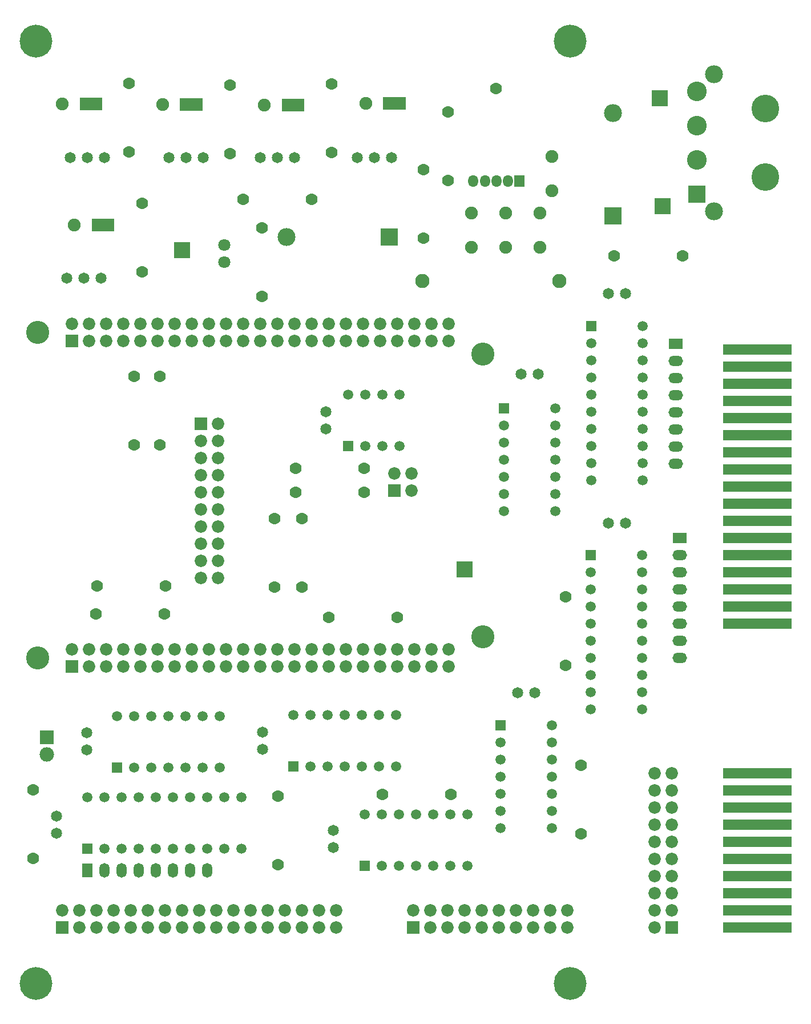
<source format=gts>
%FSLAX34Y34*%
G04 Gerber Fmt 3.4, Leading zero omitted, Abs format*
G04 (created by PCBNEW (2014-02-12 BZR 4693)-product) date Sat 21 Jun 2014 11:45:11 PM EDT*
%MOIN*%
G01*
G70*
G90*
G04 APERTURE LIST*
%ADD10C,0.006000*%
%ADD11R,0.404724X0.064724*%
%ADD12R,0.104724X0.104724*%
%ADD13C,0.114724*%
%ADD14C,0.161724*%
%ADD15C,0.104724*%
%ADD16C,0.070724*%
%ADD17C,0.083424*%
%ADD18R,0.059724X0.059724*%
%ADD19C,0.059724*%
%ADD20R,0.084724X0.084724*%
%ADD21O,0.084724X0.084724*%
%ADD22R,0.072724X0.072724*%
%ADD23O,0.072724X0.072724*%
%ADD24C,0.191724*%
%ADD25R,0.084724X0.059724*%
%ADD26O,0.084724X0.059724*%
%ADD27R,0.059724X0.084724*%
%ADD28O,0.059724X0.084724*%
%ADD29R,0.092724X0.092724*%
%ADD30C,0.069724*%
%ADD31C,0.064724*%
%ADD32C,0.074724*%
%ADD33C,0.134724*%
%ADD34C,0.072724*%
%ADD35O,0.058724X0.069724*%
%ADD36R,0.058724X0.069724*%
%ADD37R,0.074724X0.074724*%
G04 APERTURE END LIST*
G54D10*
G54D11*
X90250Y-25150D03*
X90250Y-26150D03*
X90250Y-27150D03*
X90250Y-28150D03*
X90250Y-29150D03*
X90250Y-30150D03*
X90250Y-31150D03*
X90250Y-32150D03*
X90250Y-33150D03*
X90250Y-34150D03*
X90250Y-35150D03*
X90250Y-36150D03*
X90250Y-37150D03*
X90250Y-38150D03*
X90250Y-39150D03*
X90250Y-40150D03*
X90250Y-41150D03*
X90250Y-49899D03*
X90250Y-50899D03*
X90250Y-51899D03*
X90250Y-52899D03*
X90250Y-53899D03*
X90250Y-54899D03*
X90250Y-55899D03*
X90250Y-56899D03*
X90250Y-57899D03*
X90250Y-58899D03*
G54D12*
X86700Y-16100D03*
G54D13*
X86700Y-14100D03*
X86700Y-12100D03*
X86700Y-10100D03*
G54D14*
X90700Y-11100D03*
X90700Y-15100D03*
G54D15*
X87700Y-9100D03*
X87700Y-17100D03*
G54D16*
X59100Y-20050D03*
X59100Y-19050D03*
G54D17*
X78687Y-21150D03*
X70687Y-21150D03*
G54D15*
X81800Y-11350D03*
G54D12*
X81800Y-17350D03*
G54D15*
X62750Y-18600D03*
G54D12*
X68750Y-18600D03*
G54D18*
X75450Y-28600D03*
G54D19*
X75450Y-29600D03*
X75450Y-30600D03*
X75450Y-31600D03*
X75450Y-32600D03*
X75450Y-33600D03*
X75450Y-34600D03*
X78450Y-34600D03*
X78450Y-33600D03*
X78450Y-32600D03*
X78450Y-31600D03*
X78450Y-30600D03*
X78450Y-29600D03*
X78450Y-28600D03*
G54D18*
X52850Y-49550D03*
G54D19*
X53850Y-49550D03*
X54850Y-49550D03*
X55850Y-49550D03*
X56850Y-49550D03*
X57850Y-49550D03*
X58850Y-49550D03*
X58850Y-46550D03*
X57850Y-46550D03*
X56850Y-46550D03*
X55850Y-46550D03*
X54850Y-46550D03*
X53850Y-46550D03*
X52850Y-46550D03*
G54D18*
X63150Y-49500D03*
G54D19*
X64150Y-49500D03*
X65150Y-49500D03*
X66150Y-49500D03*
X67150Y-49500D03*
X68150Y-49500D03*
X69150Y-49500D03*
X69150Y-46500D03*
X68150Y-46500D03*
X67150Y-46500D03*
X66150Y-46500D03*
X65150Y-46500D03*
X64150Y-46500D03*
X63150Y-46500D03*
G54D20*
X48750Y-47800D03*
G54D21*
X48750Y-48800D03*
G54D22*
X69050Y-33400D03*
G54D23*
X69050Y-32400D03*
X70050Y-33400D03*
X70050Y-32400D03*
G54D18*
X80550Y-23800D03*
G54D19*
X80550Y-24800D03*
X80550Y-25800D03*
X80550Y-26800D03*
X80550Y-27800D03*
X80550Y-28800D03*
X80550Y-29800D03*
X80550Y-30800D03*
X80550Y-31800D03*
X80550Y-32800D03*
X83550Y-32800D03*
X83550Y-31800D03*
X83550Y-30800D03*
X83550Y-29800D03*
X83550Y-28800D03*
X83550Y-27800D03*
X83550Y-26800D03*
X83550Y-25800D03*
X83550Y-24800D03*
X83550Y-23800D03*
G54D18*
X80500Y-37150D03*
G54D19*
X80500Y-38150D03*
X80500Y-39150D03*
X80500Y-40150D03*
X80500Y-41150D03*
X80500Y-42150D03*
X80500Y-43150D03*
X80500Y-44150D03*
X80500Y-45150D03*
X80500Y-46150D03*
X83500Y-46150D03*
X83500Y-45150D03*
X83500Y-44150D03*
X83500Y-43150D03*
X83500Y-42150D03*
X83500Y-41150D03*
X83500Y-40150D03*
X83500Y-39150D03*
X83500Y-38150D03*
X83500Y-37150D03*
G54D18*
X67329Y-55300D03*
G54D19*
X68329Y-55300D03*
X69329Y-55300D03*
X70329Y-55300D03*
X71329Y-55300D03*
X72329Y-55300D03*
X73329Y-55300D03*
X73329Y-52300D03*
X72329Y-52300D03*
X71329Y-52300D03*
X70329Y-52300D03*
X69329Y-52300D03*
X68329Y-52300D03*
X67329Y-52300D03*
G54D18*
X51100Y-54300D03*
G54D19*
X52100Y-54300D03*
X53100Y-54300D03*
X54100Y-54300D03*
X55100Y-54300D03*
X56100Y-54300D03*
X57100Y-54300D03*
X58100Y-54300D03*
X59100Y-54300D03*
X60100Y-54300D03*
X60100Y-51300D03*
X59100Y-51300D03*
X58100Y-51300D03*
X57100Y-51300D03*
X56100Y-51300D03*
X55100Y-51300D03*
X54100Y-51300D03*
X53100Y-51300D03*
X52100Y-51300D03*
X51100Y-51300D03*
G54D18*
X66350Y-30800D03*
G54D19*
X67350Y-30800D03*
X68350Y-30800D03*
X69350Y-30800D03*
X69350Y-27800D03*
X68350Y-27800D03*
X67350Y-27800D03*
X66350Y-27800D03*
G54D18*
X75250Y-47100D03*
G54D19*
X75250Y-48100D03*
X75250Y-49100D03*
X75250Y-50100D03*
X75250Y-51100D03*
X75250Y-52100D03*
X75250Y-53100D03*
X78250Y-53100D03*
X78250Y-52100D03*
X78250Y-51100D03*
X78250Y-50100D03*
X78250Y-49100D03*
X78250Y-48100D03*
X78250Y-47100D03*
G54D22*
X57750Y-29500D03*
G54D23*
X58750Y-29500D03*
X57750Y-30500D03*
X58750Y-30500D03*
X57750Y-31500D03*
X58750Y-31500D03*
X57750Y-32500D03*
X58750Y-32500D03*
X57750Y-33500D03*
X58750Y-33500D03*
X57750Y-34500D03*
X58750Y-34500D03*
X57750Y-35500D03*
X58750Y-35500D03*
X57750Y-36500D03*
X58750Y-36500D03*
X57750Y-37500D03*
X58750Y-37500D03*
X57750Y-38500D03*
X58750Y-38500D03*
G54D22*
X85250Y-58900D03*
G54D23*
X84250Y-58900D03*
X85250Y-57900D03*
X84250Y-57900D03*
X85250Y-56900D03*
X84250Y-56900D03*
X85250Y-55900D03*
X84250Y-55900D03*
X85250Y-54900D03*
X84250Y-54900D03*
X85250Y-53900D03*
X84250Y-53900D03*
X85250Y-52900D03*
X84250Y-52900D03*
X85250Y-51900D03*
X84250Y-51900D03*
X85250Y-50900D03*
X84250Y-50900D03*
X85250Y-49900D03*
X84250Y-49900D03*
G54D22*
X70150Y-58900D03*
G54D23*
X70150Y-57900D03*
X71150Y-58900D03*
X71150Y-57900D03*
X72150Y-58900D03*
X72150Y-57900D03*
X73150Y-58900D03*
X73150Y-57900D03*
X74150Y-58900D03*
X74150Y-57900D03*
X75150Y-58900D03*
X75150Y-57900D03*
X76150Y-58900D03*
X76150Y-57900D03*
X77150Y-58900D03*
X77150Y-57900D03*
X78150Y-58900D03*
X78150Y-57900D03*
X79150Y-58900D03*
X79150Y-57900D03*
G54D24*
X48100Y-62150D03*
X79300Y-62150D03*
X79300Y-7150D03*
X48100Y-7150D03*
G54D22*
X49650Y-58900D03*
G54D23*
X49650Y-57900D03*
X50650Y-58900D03*
X50650Y-57900D03*
X51650Y-58900D03*
X51650Y-57900D03*
X52650Y-58900D03*
X52650Y-57900D03*
X53650Y-58900D03*
X53650Y-57900D03*
X54650Y-58900D03*
X54650Y-57900D03*
X55650Y-58900D03*
X55650Y-57900D03*
X56650Y-58900D03*
X56650Y-57900D03*
X57650Y-58900D03*
X57650Y-57900D03*
X58650Y-58900D03*
X58650Y-57900D03*
X59650Y-58900D03*
X59650Y-57900D03*
X60650Y-58900D03*
X60650Y-57900D03*
X61650Y-58900D03*
X61650Y-57900D03*
X62650Y-58900D03*
X62650Y-57900D03*
X63650Y-58900D03*
X63650Y-57900D03*
X64650Y-58900D03*
X64650Y-57900D03*
X65650Y-58900D03*
X65650Y-57900D03*
G54D25*
X85710Y-36161D03*
G54D26*
X85710Y-37161D03*
X85710Y-38161D03*
X85710Y-39161D03*
X85710Y-40161D03*
X85710Y-41161D03*
X85710Y-42161D03*
X85710Y-43161D03*
G54D25*
X85470Y-24820D03*
G54D26*
X85470Y-25820D03*
X85470Y-26820D03*
X85470Y-27820D03*
X85470Y-28820D03*
X85470Y-29820D03*
X85470Y-30820D03*
X85470Y-31820D03*
G54D27*
X51100Y-55550D03*
G54D28*
X52100Y-55550D03*
X53100Y-55550D03*
X54100Y-55550D03*
X55100Y-55550D03*
X56100Y-55550D03*
X57100Y-55550D03*
X58100Y-55550D03*
G54D29*
X84550Y-10500D03*
X84700Y-16800D03*
X56650Y-19350D03*
X73150Y-38000D03*
G54D30*
X70750Y-18669D03*
X70750Y-14669D03*
X79950Y-49431D03*
X79950Y-53431D03*
X55350Y-26731D03*
X55350Y-30731D03*
X62050Y-35031D03*
X62050Y-39031D03*
X63650Y-35031D03*
X63650Y-39031D03*
X72174Y-15294D03*
X72174Y-11294D03*
X63281Y-32100D03*
X67281Y-32100D03*
X63281Y-33500D03*
X67281Y-33500D03*
X69219Y-40800D03*
X65219Y-40800D03*
X61300Y-18081D03*
X61300Y-22081D03*
X54300Y-16631D03*
X54300Y-20631D03*
X53550Y-9631D03*
X53550Y-13631D03*
X59450Y-9731D03*
X59450Y-13731D03*
X64219Y-16400D03*
X60219Y-16400D03*
X65375Y-13669D03*
X65375Y-9669D03*
X47950Y-54869D03*
X47950Y-50869D03*
X55619Y-40600D03*
X51619Y-40600D03*
X72359Y-51140D03*
X68359Y-51140D03*
X55669Y-38950D03*
X51669Y-38950D03*
X53850Y-26731D03*
X53850Y-30731D03*
X81881Y-19700D03*
X85881Y-19700D03*
G54D31*
X50900Y-21000D03*
X49900Y-21000D03*
X51900Y-21000D03*
X51100Y-13975D03*
X50100Y-13975D03*
X52100Y-13975D03*
X56875Y-13975D03*
X55875Y-13975D03*
X57875Y-13975D03*
X62200Y-13975D03*
X61200Y-13975D03*
X63200Y-13975D03*
X67875Y-13975D03*
X66875Y-13975D03*
X68875Y-13975D03*
X82550Y-35300D03*
X81550Y-35300D03*
X65050Y-28800D03*
X65050Y-29800D03*
X49300Y-52400D03*
X49300Y-53400D03*
X51074Y-47525D03*
X51074Y-48525D03*
X77250Y-45200D03*
X76250Y-45200D03*
X77450Y-26600D03*
X76450Y-26600D03*
X82550Y-21900D03*
X81550Y-21900D03*
X61350Y-47500D03*
X61350Y-48500D03*
X65470Y-53220D03*
X65470Y-54220D03*
G54D32*
X73550Y-19200D03*
X73550Y-17200D03*
X75550Y-19200D03*
X75550Y-17200D03*
X77550Y-19200D03*
X77550Y-17200D03*
X78250Y-13900D03*
X78250Y-15900D03*
G54D33*
X74200Y-41925D03*
X48200Y-43175D03*
X48200Y-24175D03*
X74200Y-25425D03*
G54D22*
X50200Y-43675D03*
G54D34*
X50200Y-42675D03*
X51200Y-43675D03*
X51200Y-42675D03*
X52200Y-43675D03*
X52200Y-42675D03*
X53200Y-43675D03*
X53200Y-42675D03*
X54200Y-43675D03*
X54200Y-42675D03*
X55200Y-43675D03*
X55200Y-42675D03*
X56200Y-43675D03*
X56200Y-42675D03*
X57200Y-43675D03*
X57200Y-42675D03*
X58200Y-43675D03*
X58200Y-42675D03*
X59200Y-43675D03*
X59200Y-42675D03*
X60200Y-43675D03*
X60200Y-42675D03*
X61200Y-43675D03*
X61200Y-42675D03*
X62200Y-43675D03*
X62200Y-42675D03*
X63200Y-43675D03*
X63200Y-42675D03*
X64200Y-43675D03*
X64200Y-42675D03*
X65200Y-43675D03*
X65200Y-42675D03*
X66200Y-43675D03*
X66200Y-42675D03*
X67200Y-43675D03*
X67200Y-42675D03*
X68200Y-43675D03*
X68200Y-42675D03*
X69200Y-43675D03*
X69200Y-42675D03*
X70200Y-43675D03*
X70200Y-42675D03*
X71200Y-43675D03*
X71200Y-42675D03*
X72200Y-43675D03*
X72200Y-42675D03*
G54D22*
X50200Y-24675D03*
G54D34*
X50200Y-23675D03*
X51200Y-24675D03*
X51200Y-23675D03*
X52200Y-24675D03*
X52200Y-23675D03*
X53200Y-24675D03*
X53200Y-23675D03*
X54200Y-24675D03*
X54200Y-23675D03*
X55200Y-24675D03*
X55200Y-23675D03*
X56200Y-24675D03*
X56200Y-23675D03*
X57200Y-24675D03*
X57200Y-23675D03*
X58200Y-24675D03*
X58200Y-23675D03*
X59200Y-24675D03*
X59200Y-23675D03*
X60200Y-24675D03*
X60200Y-23675D03*
X61200Y-24675D03*
X61200Y-23675D03*
X62200Y-24675D03*
X62200Y-23675D03*
X63200Y-24675D03*
X63200Y-23675D03*
X64200Y-24675D03*
X64200Y-23675D03*
X65200Y-24675D03*
X65200Y-23675D03*
X66200Y-24675D03*
X66200Y-23675D03*
X67200Y-24675D03*
X67200Y-23675D03*
X68200Y-24675D03*
X68200Y-23675D03*
X69200Y-24675D03*
X69200Y-23675D03*
X70200Y-24675D03*
X70200Y-23675D03*
X71200Y-24675D03*
X71200Y-23675D03*
X72200Y-24675D03*
X72200Y-23675D03*
G54D35*
X73660Y-15320D03*
X74330Y-15320D03*
X75000Y-15320D03*
X75670Y-15320D03*
G54D36*
X76340Y-15320D03*
G54D30*
X74970Y-9920D03*
X62250Y-51231D03*
X62250Y-55231D03*
X79050Y-39605D03*
X79050Y-43605D03*
G54D37*
X51730Y-17900D03*
G54D32*
X50350Y-17900D03*
G54D37*
X52318Y-17900D03*
X68755Y-10800D03*
G54D32*
X67375Y-10800D03*
G54D37*
X69343Y-10800D03*
X62830Y-10900D03*
G54D32*
X61450Y-10900D03*
G54D37*
X63418Y-10900D03*
X51030Y-10825D03*
G54D32*
X49650Y-10825D03*
G54D37*
X51618Y-10825D03*
X56880Y-10875D03*
G54D32*
X55500Y-10875D03*
G54D37*
X57468Y-10875D03*
M02*

</source>
